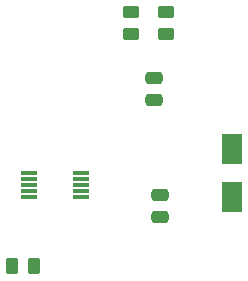
<source format=gbr>
%TF.GenerationSoftware,KiCad,Pcbnew,6.0.10+dfsg-1~bpo11+1*%
%TF.CreationDate,2023-02-15T22:21:47+00:00*%
%TF.ProjectId,AMUX01,414d5558-3031-42e6-9b69-6361645f7063,rev?*%
%TF.SameCoordinates,Original*%
%TF.FileFunction,Paste,Bot*%
%TF.FilePolarity,Positive*%
%FSLAX46Y46*%
G04 Gerber Fmt 4.6, Leading zero omitted, Abs format (unit mm)*
G04 Created by KiCad (PCBNEW 6.0.10+dfsg-1~bpo11+1) date 2023-02-15 22:21:47*
%MOMM*%
%LPD*%
G01*
G04 APERTURE LIST*
G04 Aperture macros list*
%AMRoundRect*
0 Rectangle with rounded corners*
0 $1 Rounding radius*
0 $2 $3 $4 $5 $6 $7 $8 $9 X,Y pos of 4 corners*
0 Add a 4 corners polygon primitive as box body*
4,1,4,$2,$3,$4,$5,$6,$7,$8,$9,$2,$3,0*
0 Add four circle primitives for the rounded corners*
1,1,$1+$1,$2,$3*
1,1,$1+$1,$4,$5*
1,1,$1+$1,$6,$7*
1,1,$1+$1,$8,$9*
0 Add four rect primitives between the rounded corners*
20,1,$1+$1,$2,$3,$4,$5,0*
20,1,$1+$1,$4,$5,$6,$7,0*
20,1,$1+$1,$6,$7,$8,$9,0*
20,1,$1+$1,$8,$9,$2,$3,0*%
G04 Aperture macros list end*
%ADD10RoundRect,0.250000X-0.475000X0.250000X-0.475000X-0.250000X0.475000X-0.250000X0.475000X0.250000X0*%
%ADD11R,1.800000X2.500000*%
%ADD12R,1.400000X0.300000*%
%ADD13RoundRect,0.250000X0.262500X0.450000X-0.262500X0.450000X-0.262500X-0.450000X0.262500X-0.450000X0*%
%ADD14RoundRect,0.250000X-0.450000X0.262500X-0.450000X-0.262500X0.450000X-0.262500X0.450000X0.262500X0*%
G04 APERTURE END LIST*
D10*
%TO.C,C1*%
X31750000Y19492000D03*
X31750000Y17592000D03*
%TD*%
D11*
%TO.C,D1*%
X37846000Y23336000D03*
X37846000Y19336000D03*
%TD*%
D12*
%TO.C,U1*%
X25060000Y21320000D03*
X25060000Y20820000D03*
X25060000Y20320000D03*
X25060000Y19820000D03*
X25060000Y19320000D03*
X20660000Y19320000D03*
X20660000Y19820000D03*
X20660000Y20320000D03*
X20660000Y20820000D03*
X20660000Y21320000D03*
%TD*%
D10*
%TO.C,C2*%
X31242000Y29398000D03*
X31242000Y27498000D03*
%TD*%
D13*
%TO.C,R3*%
X21082000Y13462000D03*
X19257000Y13462000D03*
%TD*%
D14*
%TO.C,R1*%
X29308000Y34948500D03*
X29308000Y33123500D03*
%TD*%
%TO.C,R2*%
X32258000Y34948500D03*
X32258000Y33123500D03*
%TD*%
M02*

</source>
